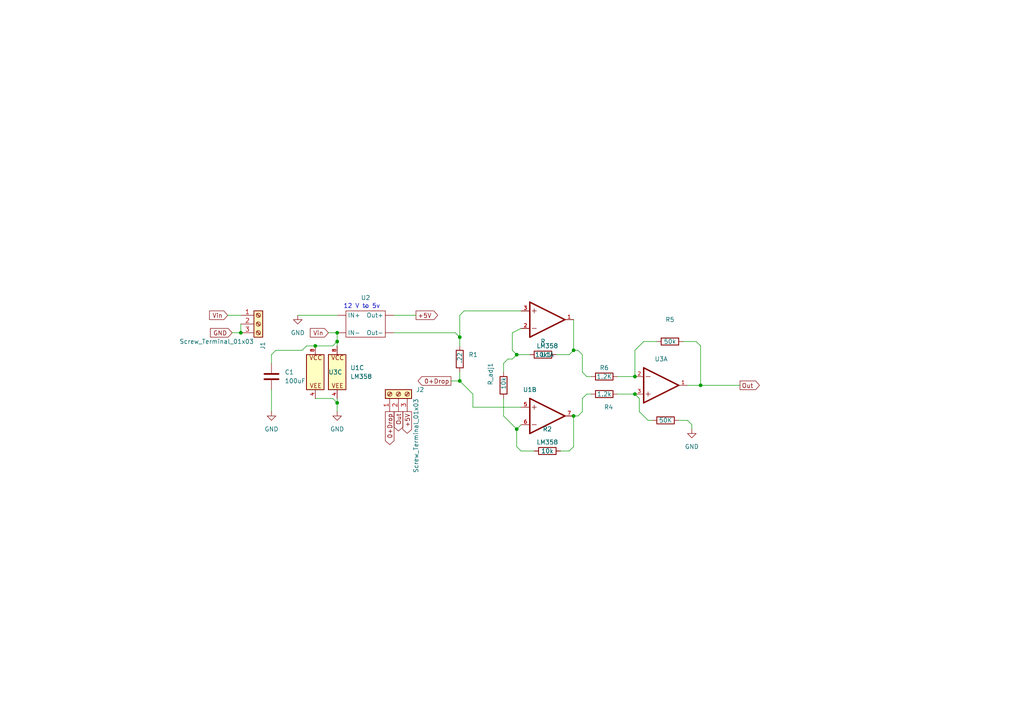
<source format=kicad_sch>
(kicad_sch (version 20231120) (generator "eeschema") (generator_version "8.0")
  (paper "A4")
  (lib_symbols
    (symbol "Connector:Screw_Terminal_01x03" (pin_names (offset 1.016) hide)
      (property "Reference" "J" (at 0 5.08 0))
      (property "Value" "Screw_Terminal_01x03" (at 0 -5.08 0))
      (symbol "Screw_Terminal_01x03_1_1"
        (rectangle (start -1.27 3.81) (end 1.27 -3.81) (stroke (width 0.254)) (fill (type background)))
        (circle (center 0 -2.54) (radius 0.635) (stroke (width 0.1524)))
        (polyline (pts (xy -0.5334 -2.2098) (xy 0.3302 -3.048)) (stroke (width 0.1524)))
        (polyline (pts (xy -0.5334 0.3302) (xy 0.3302 -0.508)) (stroke (width 0.1524)))
        (polyline (pts (xy -0.5334 2.8702) (xy 0.3302 2.032)) (stroke (width 0.1524)))
        (polyline (pts (xy -0.3556 -2.032) (xy 0.508 -2.8702)) (stroke (width 0.1524)))
        (polyline (pts (xy -0.3556 0.508) (xy 0.508 -0.3302)) (stroke (width 0.1524)))
        (polyline (pts (xy -0.3556 3.048) (xy 0.508 2.2098)) (stroke (width 0.1524)))
        (circle (center 0 0) (radius 0.635) (stroke (width 0.1524)))
        (circle (center 0 2.54) (radius 0.635) (stroke (width 0.1524)))
        (pin passive line (at -5.08 2.54 0) (length 3.81) (name "Pin_1") (number "1"))
        (pin passive line (at -5.08 0 0) (length 3.81) (name "Pin_2") (number "2"))
        (pin passive line (at -5.08 -2.54 0) (length 3.81) (name "Pin_3") (number "3"))
      )
    )
    (symbol "Device:C" (pin_numbers hide) (pin_names (offset 0.254))
      (property "Reference" "C" (at 0.635 2.54 0))
      (property "Value" "C" (at 0.635 -2.54 0))
      (symbol "C_0_1"
        (polyline (pts (xy -2.032 -0.762) (xy 2.032 -0.762)) (stroke (width 0.508)))
        (polyline (pts (xy -2.032 0.762) (xy 2.032 0.762)) (stroke (width 0.508)))
      )
      (symbol "C_1_1"
        (pin passive line (at 0 3.81 270) (length 2.794) (name "~") (number "1"))
        (pin passive line (at 0 -3.81 90) (length 2.794) (name "~") (number "2"))
      )
    )
    (symbol "Device:R" (pin_numbers hide) (pin_names (offset 0))
      (property "Reference" "R" (at 2.032 0 90))
      (property "Value" "R" (at 0 0 90))
      (symbol "R_0_1"
        (rectangle (start -1.016 -2.54) (end 1.016 2.54) (stroke (width 0.254)))
      )
      (symbol "R_1_1"
        (pin passive line (at 0 3.81 270) (length 1.27) (name "~") (number "1"))
        (pin passive line (at 0 -3.81 90) (length 1.27) (name "~") (number "2"))
      )
    )
    (symbol "LM358:LM358" (pin_names (offset 1.016))
      (property "Reference" "U" (at -5.08 5.842 0))
      (symbol "LM358_1_0"
        (polyline (pts (xy -5.08 -5.08) (xy 5.08 0)) (stroke (width 0.4064)))
        (polyline (pts (xy -5.08 5.08) (xy -5.08 -5.08)) (stroke (width 0.4064)))
        (polyline (pts (xy -4.445 -2.54) (xy -3.175 -2.54)) (stroke (width 0.1524)))
        (polyline (pts (xy -4.445 2.54) (xy -3.175 2.54)) (stroke (width 0.1524)))
        (polyline (pts (xy -3.81 -1.905) (xy -3.81 -3.175)) (stroke (width 0.1524)))
        (polyline (pts (xy 5.08 0) (xy -5.08 5.08)) (stroke (width 0.4064)))
        (pin output line (at 7.62 0 180) (length 2.54) (name "~") (number "1"))
        (pin input line (at -7.62 2.54 0) (length 2.54) (name "~") (number "2"))
        (pin input line (at -7.62 -2.54 0) (length 2.54) (name "~") (number "3"))
      )
      (symbol "LM358_2_0"
        (polyline (pts (xy -5.08 -5.08) (xy 5.08 0)) (stroke (width 0.4064)))
        (polyline (pts (xy -5.08 5.08) (xy -5.08 -5.08)) (stroke (width 0.4064)))
        (polyline (pts (xy -4.445 -2.54) (xy -3.175 -2.54)) (stroke (width 0.1524)))
        (polyline (pts (xy -4.445 2.54) (xy -3.175 2.54)) (stroke (width 0.1524)))
        (polyline (pts (xy -3.81 -1.905) (xy -3.81 -3.175)) (stroke (width 0.1524)))
        (polyline (pts (xy 5.08 0) (xy -5.08 5.08)) (stroke (width 0.4064)))
        (pin input line (at -7.62 -2.54 0) (length 2.54) (name "~") (number "5"))
        (pin input line (at -7.62 2.54 0) (length 2.54) (name "~") (number "6"))
        (pin output line (at 7.62 0 180) (length 2.54) (name "~") (number "7"))
      )
      (symbol "LM358_3_0"
        (rectangle (start -2.54 -5.08) (end 2.54 5.08) (stroke (width 0.254)) (fill (type background)))
        (text "VCC" (at 0.127 3.429 0) (effects (font (size 1.27 1.27)) (justify bottom)))
        (text "VEE" (at 0.127 -4.699 0) (effects (font (size 1.27 1.27)) (justify bottom)))
        (pin bidirectional line (at 0 -7.62 90) (length 2.54) (name "~") (number "4"))
        (pin bidirectional line (at 0 7.62 270) (length 2.54) (name "~") (number "8"))
      )
    )
    (symbol "LM358_1" (pin_names (offset 1.016))
      (property "Reference" "U" (at -5.08 5.842 0))
      (symbol "LM358_1_1_0"
        (polyline (pts (xy -5.08 -5.08) (xy 5.08 0)) (stroke (width 0.4064)))
        (polyline (pts (xy -5.08 5.08) (xy -5.08 -5.08)) (stroke (width 0.4064)))
        (polyline (pts (xy -4.445 -2.54) (xy -3.175 -2.54)) (stroke (width 0.1524)))
        (polyline (pts (xy -4.445 2.54) (xy -3.175 2.54)) (stroke (width 0.1524)))
        (polyline (pts (xy -3.81 -1.905) (xy -3.81 -3.175)) (stroke (width 0.1524)))
        (polyline (pts (xy 5.08 0) (xy -5.08 5.08)) (stroke (width 0.4064)))
        (pin output line (at 7.62 0 180) (length 2.54) (name "~") (number "1"))
        (pin input line (at -7.62 2.54 0) (length 2.54) (name "~") (number "2"))
        (pin input line (at -7.62 -2.54 0) (length 2.54) (name "~") (number "3"))
      )
      (symbol "LM358_1_2_0"
        (polyline (pts (xy -5.08 -5.08) (xy 5.08 0)) (stroke (width 0.4064)))
        (polyline (pts (xy -5.08 5.08) (xy -5.08 -5.08)) (stroke (width 0.4064)))
        (polyline (pts (xy -4.445 -2.54) (xy -3.175 -2.54)) (stroke (width 0.1524)))
        (polyline (pts (xy -4.445 2.54) (xy -3.175 2.54)) (stroke (width 0.1524)))
        (polyline (pts (xy -3.81 -1.905) (xy -3.81 -3.175)) (stroke (width 0.1524)))
        (polyline (pts (xy 5.08 0) (xy -5.08 5.08)) (stroke (width 0.4064)))
        (pin input line (at -7.62 -2.54 0) (length 2.54) (name "~") (number "5"))
        (pin input line (at -7.62 2.54 0) (length 2.54) (name "~") (number "6"))
        (pin output line (at 7.62 0 180) (length 2.54) (name "~") (number "7"))
      )
      (symbol "LM358_1_3_0"
        (rectangle (start -2.54 -5.08) (end 2.54 5.08) (stroke (width 0.254)) (fill (type background)))
        (text "VCC" (at 0.127 3.429 0) (effects (font (size 1.27 1.27)) (justify bottom)))
        (text "VEE" (at 0.127 -4.699 0) (effects (font (size 1.27 1.27)) (justify bottom)))
        (pin bidirectional line (at 0 -7.62 90) (length 2.54) (name "~") (number "4"))
        (pin bidirectional line (at 0 7.62 270) (length 2.54) (name "~") (number "8"))
      )
    )
    (symbol "LM358_2" (pin_names (offset 1.016))
      (property "Reference" "U" (at -5.08 5.842 0))
      (symbol "LM358_2_1_0"
        (polyline (pts (xy -5.08 -5.08) (xy 5.08 0)) (stroke (width 0.4064)))
        (polyline (pts (xy -5.08 5.08) (xy -5.08 -5.08)) (stroke (width 0.4064)))
        (polyline (pts (xy -4.445 -2.54) (xy -3.175 -2.54)) (stroke (width 0.1524)))
        (polyline (pts (xy -4.445 2.54) (xy -3.175 2.54)) (stroke (width 0.1524)))
        (polyline (pts (xy -3.81 -1.905) (xy -3.81 -3.175)) (stroke (width 0.1524)))
        (polyline (pts (xy 5.08 0) (xy -5.08 5.08)) (stroke (width 0.4064)))
        (pin output line (at 7.62 0 180) (length 2.54) (name "~") (number "1"))
        (pin input line (at -7.62 2.54 0) (length 2.54) (name "~") (number "2"))
        (pin input line (at -7.62 -2.54 0) (length 2.54) (name "~") (number "3"))
      )
      (symbol "LM358_2_2_0"
        (polyline (pts (xy -5.08 -5.08) (xy 5.08 0)) (stroke (width 0.4064)))
        (polyline (pts (xy -5.08 5.08) (xy -5.08 -5.08)) (stroke (width 0.4064)))
        (polyline (pts (xy -4.445 -2.54) (xy -3.175 -2.54)) (stroke (width 0.1524)))
        (polyline (pts (xy -4.445 2.54) (xy -3.175 2.54)) (stroke (width 0.1524)))
        (polyline (pts (xy -3.81 -1.905) (xy -3.81 -3.175)) (stroke (width 0.1524)))
        (polyline (pts (xy 5.08 0) (xy -5.08 5.08)) (stroke (width 0.4064)))
        (pin input line (at -7.62 -2.54 0) (length 2.54) (name "~") (number "5"))
        (pin input line (at -7.62 2.54 0) (length 2.54) (name "~") (number "6"))
        (pin output line (at 7.62 0 180) (length 2.54) (name "~") (number "7"))
      )
      (symbol "LM358_2_3_0"
        (rectangle (start -2.54 -5.08) (end 2.54 5.08) (stroke (width 0.254)) (fill (type background)))
        (text "VCC" (at 0.127 3.429 0) (effects (font (size 1.27 1.27)) (justify bottom)))
        (text "VEE" (at 0.127 -4.699 0) (effects (font (size 1.27 1.27)) (justify bottom)))
        (pin bidirectional line (at 0 -7.62 90) (length 2.54) (name "~") (number "4"))
        (pin bidirectional line (at 0 7.62 270) (length 2.54) (name "~") (number "8"))
      )
    )
    (symbol "New_Library_0:dc_buck_down_converter"
      (property "Reference" "U" (at 0.762 2.286 0))
      (symbol "dc_buck_down_converter_0_1"
        (rectangle (start 0 0) (end 11.43 -7.62))
      )
      (symbol "dc_buck_down_converter_1_1"
        (pin input line (at -2.54 -1.27 0) (length 2.54) (name "IN+") (number ""))
        (pin input line (at -2.54 -6.35 0) (length 2.54) (name "IN-") (number ""))
        (pin output line (at 13.97 -1.27 180) (length 2.54) (name "Out+") (number ""))
        (pin output line (at 13.97 -6.35 180) (length 2.54) (name "Out-") (number ""))
      )
    )
    (symbol "power:GND" (power) (pin_numbers hide) (pin_names (offset 0) hide)
      (property "Value" "GND" (at 0 -3.81 0))
      (symbol "GND_0_1"
        (polyline (pts (xy 0 0) (xy 0 -1.27) (xy 1.27 -1.27) (xy 0 -2.54) (xy -1.27 -1.27) (xy 0 -1.27)))
      )
      (symbol "GND_1_1"
        (pin power_in line (at 0 0 270) (length 0) (name "~") (number "1"))
      )
    )
  )
  (junction (at 184.15 114.3))
  (junction (at 184.15 109.22))
  (junction (at 166.37 101.6))
  (junction (at 97.79 96.52))
  (junction (at 149.86 102.87))
  (junction (at 97.79 99.06))
  (junction (at 69.85 96.52))
  (junction (at 166.37 120.65))
  (junction (at 149.86 124.46))
  (junction (at 91.44 100.33))
  (junction (at 97.79 116.84))
  (junction (at 133.35 110.49))
  (junction (at 133.35 97.79))
  (junction (at 203.2 111.76))
  (wire (pts (xy 97.79 115.57) (xy 97.79 116.84)))
  (wire (pts (xy 198.12 99.06) (xy 201.93 99.06)))
  (wire (pts (xy 170.18 114.3) (xy 168.91 115.57)))
  (wire (pts (xy 166.37 120.65) (xy 166.37 129.54)))
  (wire (pts (xy 78.74 113.03) (xy 78.74 119.38)))
  (wire (pts (xy 166.37 92.71) (xy 166.37 101.6)))
  (wire (pts (xy 149.86 129.54) (xy 151.13 130.81)))
  (wire (pts (xy 114.3 96.52) (xy 132.08 96.52)))
  (wire (pts (xy 200.66 123.19) (xy 200.66 124.46)))
  (wire (pts (xy 97.79 96.52) (xy 97.79 99.06)))
  (wire (pts (xy 130.81 110.49) (xy 133.35 110.49)))
  (wire (pts (xy 186.69 99.06) (xy 184.15 101.6)))
  (wire (pts (xy 151.13 95.25) (xy 148.59 96.52)))
  (wire (pts (xy 69.85 91.44) (xy 66.04 91.44)))
  (wire (pts (xy 134.62 90.17) (xy 133.35 91.44)))
  (wire (pts (xy 146.05 120.65) (xy 149.86 124.46)))
  (wire (pts (xy 184.15 101.6) (xy 184.15 109.22)))
  (wire (pts (xy 133.35 97.79) (xy 133.35 100.33)))
  (wire (pts (xy 146.05 115.57) (xy 146.05 120.65)))
  (wire (pts (xy 168.91 102.87) (xy 167.64 101.6)))
  (wire (pts (xy 166.37 101.6) (xy 167.64 101.6)))
  (wire (pts (xy 185.42 119.38) (xy 187.96 121.92)))
  (wire (pts (xy 78.74 102.87) (xy 80.01 101.6)))
  (wire (pts (xy 165.1 130.81) (xy 166.37 129.54)))
  (wire (pts (xy 170.18 109.22) (xy 168.91 107.95)))
  (wire (pts (xy 91.44 100.33) (xy 96.52 100.33)))
  (wire (pts (xy 149.86 102.87) (xy 153.67 102.87)))
  (wire (pts (xy 203.2 111.76) (xy 214.63 111.76)))
  (wire (pts (xy 146.05 105.41) (xy 147.32 104.14)))
  (wire (pts (xy 171.45 109.22) (xy 170.18 109.22)))
  (wire (pts (xy 134.62 90.17) (xy 151.13 90.17)))
  (wire (pts (xy 161.29 102.87) (xy 165.1 102.87)))
  (wire (pts (xy 185.42 115.57) (xy 185.42 119.38)))
  (wire (pts (xy 149.86 124.46) (xy 149.86 129.54)))
  (wire (pts (xy 69.85 93.98) (xy 69.85 96.52)))
  (wire (pts (xy 162.56 130.81) (xy 165.1 130.81)))
  (wire (pts (xy 137.16 118.11) (xy 137.16 114.3)))
  (wire (pts (xy 179.07 109.22) (xy 184.15 109.22)))
  (wire (pts (xy 170.18 114.3) (xy 171.45 114.3)))
  (wire (pts (xy 199.39 111.76) (xy 203.2 111.76)))
  (wire (pts (xy 96.52 100.33) (xy 97.79 99.06)))
  (wire (pts (xy 87.63 101.6) (xy 88.9 100.33)))
  (wire (pts (xy 69.85 96.52) (xy 67.31 96.52)))
  (wire (pts (xy 148.59 104.14) (xy 149.86 102.87)))
  (wire (pts (xy 151.13 123.19) (xy 149.86 124.46)))
  (wire (pts (xy 114.3 91.44) (xy 120.65 91.44)))
  (wire (pts (xy 148.59 101.6) (xy 149.86 102.87)))
  (wire (pts (xy 189.23 121.92) (xy 187.96 121.92)))
  (wire (pts (xy 91.44 115.57) (xy 96.52 115.57)))
  (wire (pts (xy 88.9 100.33) (xy 91.44 100.33)))
  (wire (pts (xy 201.93 99.06) (xy 203.2 100.33)))
  (wire (pts (xy 95.25 96.52) (xy 97.79 96.52)))
  (wire (pts (xy 165.1 102.87) (xy 166.37 101.6)))
  (wire (pts (xy 196.85 121.92) (xy 199.39 121.92)))
  (wire (pts (xy 97.79 99.06) (xy 97.79 100.33)))
  (wire (pts (xy 97.79 116.84) (xy 97.79 119.38)))
  (wire (pts (xy 151.13 130.81) (xy 154.94 130.81)))
  (wire (pts (xy 133.35 107.95) (xy 133.35 110.49)))
  (wire (pts (xy 137.16 118.11) (xy 151.13 118.11)))
  (wire (pts (xy 190.5 99.06) (xy 186.69 99.06)))
  (wire (pts (xy 168.91 115.57) (xy 168.91 119.38)))
  (wire (pts (xy 168.91 102.87) (xy 168.91 107.95)))
  (wire (pts (xy 132.08 96.52) (xy 133.35 97.79)))
  (wire (pts (xy 166.37 120.65) (xy 167.64 120.65)))
  (wire (pts (xy 133.35 91.44) (xy 133.35 97.79)))
  (wire (pts (xy 86.36 91.44) (xy 97.79 91.44)))
  (wire (pts (xy 96.52 115.57) (xy 97.79 116.84)))
  (wire (pts (xy 168.91 119.38) (xy 167.64 120.65)))
  (wire (pts (xy 179.07 114.3) (xy 184.15 114.3)))
  (wire (pts (xy 80.01 101.6) (xy 87.63 101.6)))
  (wire (pts (xy 146.05 107.95) (xy 146.05 105.41)))
  (wire (pts (xy 203.2 100.33) (xy 203.2 111.76)))
  (wire (pts (xy 199.39 121.92) (xy 200.66 123.19)))
  (wire (pts (xy 137.16 114.3) (xy 133.35 110.49)))
  (wire (pts (xy 148.59 96.52) (xy 148.59 101.6)))
  (wire (pts (xy 147.32 104.14) (xy 148.59 104.14)))
  (wire (pts (xy 78.74 102.87) (xy 78.74 105.41)))
  (wire (pts (xy 185.42 115.57) (xy 184.15 114.3)))
  (text "12 V to 5v \n" (at 105.41 88.9 0) (effects (font (size 1.27 1.27))))
  (global_label "+5V" (shape output) (at 120.65 91.44 0) (property "Intersheetrefs" "${INTERSHEET_REFS}" (effects (hide yes))))
  (global_label "Vin" (shape input) (at 66.04 91.44 180) (property "Intersheetrefs" "${INTERSHEET_REFS}" (effects (hide yes))))
  (global_label "GND" (shape input) (at 67.31 96.52 180) (property "Intersheetrefs" "${INTERSHEET_REFS}" (effects (hide yes))))
  (global_label "Out" (shape output) (at 115.57 119.38 270) (property "Intersheetrefs" "${INTERSHEET_REFS}" (effects (hide yes))))
  (global_label "0+Drop" (shape output) (at 113.03 119.38 270) (property "Intersheetrefs" "${INTERSHEET_REFS}" (effects (hide yes))))
  (global_label "0+Drop" (shape output) (at 130.81 110.49 180) (property "Intersheetrefs" "${INTERSHEET_REFS}" (effects (hide yes))))
  (global_label "Vin" (shape input) (at 95.25 96.52 180) (property "Intersheetrefs" "${INTERSHEET_REFS}" (effects (hide yes))))
  (global_label "+5V" (shape output) (at 118.11 119.38 270) (property "Intersheetrefs" "${INTERSHEET_REFS}" (effects (hide yes))))
  (global_label "Out" (shape output) (at 214.63 111.76 0) (property "Intersheetrefs" "${INTERSHEET_REFS}" (effects (hide yes))))
  (symbol (lib_id "Device:R") (at 175.26 114.3 90) (unit 1)
    (property "Reference" "R4" (at 176.53 118.11 90))
    (property "Value" "1.2k" (at 175.26 114.3 90))
    (property "Footprint" "Shunt Resistor:Resistor Qater Watt" (effects (hide yes)))
    (property "Description" "Resistor" (effects (hide yes)))
  )
  (symbol (lib_id "LM358:LM358") (at 158.75 92.71 0) (mirror x) (unit 1)
    (property "Reference" "U1" (at 158.75 102.87 0))
    (property "Value" "LM358" (at 158.75 100.33 0))
    (property "Footprint" "LM358:DIP08" (effects (hide yes)))
    (property "MF" "Texas Instruments" (effects (hide yes)))
    (property "Description_1" "\n                        \n                            Op Amp Dual Low Power Amplifier ±16V/32V 8-Pin TO-99 Tube\n                        \n" (effects (hide yes)))
    (property "Package" "None" (effects (hide yes)))
    (property "Price" "None" (effects (hide yes)))
    (property "Check_prices" "https://www.snapeda.com/parts/LM358/Texas+Instruments/view-part/?ref=eda" (effects (hide yes)))
    (property "VALUE" "LM358" (effects (hide yes)))
    (property "SnapEDA_Link" "https://www.snapeda.com/parts/LM358/Texas+Instruments/view-part/?ref=snap" (effects (hide yes)))
    (property "PROD_ID" "IC-09172" (effects (hide yes)))
    (property "Availability" "Not in stock" (effects (hide yes)))
    (property "MP" "LM358" (effects (hide yes)))
  )
  (symbol (lib_id "Device:R") (at 133.35 104.14 0) (unit 1)
    (property "Reference" "R1" (at 135.89 102.8699 0) (effects (justify left)))
    (property "Value" ".22" (at 133.35 105.41 90) (effects (justify left)))
    (property "Footprint" "Shunt Resistor:Resistor Qater Watt" (effects (hide yes)))
    (property "Description" "Resistor" (effects (hide yes)))
  )
  (symbol (lib_id "Device:R") (at 146.05 111.76 0) (unit 1)
    (property "Reference" "R_adj1" (at 142.24 111.76 90) (effects (justify left)))
    (property "Value" "10k" (at 146.05 113.03 90) (effects (justify left)))
    (property "Footprint" "Shunt Resistor:Resistor Qater Watt" (effects (hide yes)))
    (property "Description" "Resistor" (effects (hide yes)))
  )
  (symbol (lib_id "LM358:LM358") (at 97.79 107.95 0) (unit 3)
    (property "Reference" "U1" (at 101.6 106.6799 0) (effects (justify left)))
    (property "Value" "LM358" (at 101.6 109.2199 0) (effects (justify left)))
    (property "Footprint" "LM358:DIP08" (effects (hide yes)))
    (property "MF" "Texas Instruments" (effects (hide yes)))
    (property "Description_1" "\n                        \n                            Op Amp Dual Low Power Amplifier ±16V/32V 8-Pin TO-99 Tube\n                        \n" (effects (hide yes)))
    (property "Package" "None" (effects (hide yes)))
    (property "Price" "None" (effects (hide yes)))
    (property "Check_prices" "https://www.snapeda.com/parts/LM358/Texas+Instruments/view-part/?ref=eda" (effects (hide yes)))
    (property "VALUE" "LM358" (effects (hide yes)))
    (property "SnapEDA_Link" "https://www.snapeda.com/parts/LM358/Texas+Instruments/view-part/?ref=snap" (effects (hide yes)))
    (property "PROD_ID" "IC-09172" (effects (hide yes)))
    (property "Availability" "Not in stock" (effects (hide yes)))
    (property "MP" "LM358" (effects (hide yes)))
  )
  (symbol (lib_id "Device:R") (at 194.31 99.06 90) (unit 1)
    (property "Reference" "R5" (at 194.31 92.71 90))
    (property "Value" "50k" (at 194.31 99.06 90))
    (property "Footprint" "Shunt Resistor:Resistor Qater Watt" (effects (hide yes)))
    (property "Description" "Resistor" (effects (hide yes)))
  )
  (symbol (lib_id "Device:R") (at 193.04 121.92 90) (unit 1)
    (property "Reference" "R3" (effects (hide yes)))
    (property "Value" "50K" (at 193.04 121.92 90))
    (property "Footprint" "Shunt Resistor:Resistor Qater Watt" (effects (hide yes)))
    (property "Description" "Resistor" (effects (hide yes)))
  )
  (symbol (lib_id "power:GND") (at 97.79 119.38 0) (unit 1)
    (property "Reference" "#PWR03" (effects (hide yes)))
    (property "Value" "GND" (at 97.79 124.46 0))
    (property "Description" "Power symbol creates a global label with name \"GND\" , ground" (effects (hide yes)))
  )
  (symbol (lib_id "New_Library_0:dc_buck_down_converter") (at 100.33 90.17 0) (unit 1)
    (property "Reference" "U2" (at 106.045 86.36 0))
    (property "Value" "~" (at 106.045 88.9 0))
    (property "Footprint" "DC to DC Buck down 5V Converter:DC to DC Buck Down 5V" (effects (hide yes)))
  )
  (symbol (lib_name "LM358_2") (lib_id "LM358:LM358") (at 91.44 107.95 0) (unit 3)
    (property "Reference" "U3" (at 95.25 107.9499 0) (effects (justify left)))
    (property "Value" "LM358" (effects (hide yes)))
    (property "Footprint" "LM358:DIP08" (effects (hide yes)))
    (property "MF" "Texas Instruments" (effects (hide yes)))
    (property "Description_1" "\n                        \n                            Op Amp Dual Low Power Amplifier ±16V/32V 8-Pin TO-99 Tube\n                        \n" (effects (hide yes)))
    (property "Package" "None" (effects (hide yes)))
    (property "Price" "None" (effects (hide yes)))
    (property "Check_prices" "https://www.snapeda.com/parts/LM358/Texas+Instruments/view-part/?ref=eda" (effects (hide yes)))
    (property "SnapEDA_Link" "https://www.snapeda.com/parts/LM358/Texas+Instruments/view-part/?ref=snap" (effects (hide yes)))
    (property "PROD_ID" "IC-09172" (effects (hide yes)))
    (property "Availability" "Not in stock" (effects (hide yes)))
    (property "MP" "LM358" (effects (hide yes)))
  )
  (symbol (lib_id "power:GND") (at 86.36 91.44 0) (unit 1)
    (property "Reference" "#PWR02" (effects (hide yes)))
    (property "Value" "GND" (at 86.36 96.52 0))
    (property "Description" "Power symbol creates a global label with name \"GND\" , ground" (effects (hide yes)))
  )
  (symbol (lib_id "power:GND") (at 200.66 124.46 0) (unit 1)
    (property "Reference" "#PWR01" (effects (hide yes)))
    (property "Value" "GND" (at 200.66 129.54 0))
    (property "Description" "Power symbol creates a global label with name \"GND\" , ground" (effects (hide yes)))
  )
  (symbol (lib_id "Connector:Screw_Terminal_01x03") (at 115.57 114.3 90) (unit 1)
    (property "Reference" "J2" (at 120.65 113.0299 90) (effects (justify right)))
    (property "Value" "Screw_Terminal_01x03" (at 120.65 115.57 0) (effects (justify right)))
    (property "Footprint" "Screw terminal module:Screw Terminal 3 Pin" (effects (hide yes)))
    (property "Description" "Generic screw terminal, single row, 01x03, script generated (kicad-library-utils/schlib/autogen/connector/)" (effects (hide yes)))
  )
  (symbol (lib_id "Device:C") (at 78.74 109.22 0) (unit 1)
    (property "Reference" "C1" (at 82.55 107.9499 0) (effects (justify left)))
    (property "Value" "100uF" (at 82.55 110.49 0) (effects (justify left)))
    (property "Footprint" "Capacitor_THT:CP_Radial_D8.0mm_P3.80mm" (effects (hide yes)))
    (property "Description" "Unpolarized capacitor" (effects (hide yes)))
  )
  (symbol (lib_id "Device:R") (at 158.75 130.81 90) (unit 1)
    (property "Reference" "R2" (at 158.75 124.46 90))
    (property "Value" "10k" (at 158.75 130.81 90))
    (property "Footprint" "Shunt Resistor:Resistor Qater Watt" (effects (hide yes)))
    (property "Description" "Resistor" (effects (hide yes)))
  )
  (symbol (lib_name "LM358_1") (lib_id "LM358:LM358") (at 191.77 111.76 0) (unit 1)
    (property "Reference" "U3" (at 191.77 104.14 0))
    (property "Value" "LM358" (effects (hide yes)))
    (property "Footprint" "LM358:DIP08" (effects (hide yes)))
    (property "MF" "Texas Instruments" (effects (hide yes)))
    (property "Description_1" "\n                        \n                            Op Amp Dual Low Power Amplifier ±16V/32V 8-Pin TO-99 Tube\n                        \n" (effects (hide yes)))
    (property "Package" "None" (effects (hide yes)))
    (property "Price" "None" (effects (hide yes)))
    (property "Check_prices" "https://www.snapeda.com/parts/LM358/Texas+Instruments/view-part/?ref=eda" (effects (hide yes)))
    (property "SnapEDA_Link" "https://www.snapeda.com/parts/LM358/Texas+Instruments/view-part/?ref=snap" (effects (hide yes)))
    (property "PROD_ID" "IC-09172" (effects (hide yes)))
    (property "Availability" "Not in stock" (effects (hide yes)))
    (property "MP" "LM358" (effects (hide yes)))
  )
  (symbol (lib_id "Device:R") (at 175.26 109.22 90) (unit 1)
    (property "Reference" "R6" (at 175.26 106.68 90))
    (property "Value" "1.2K" (at 175.26 109.22 90))
    (property "Footprint" "Shunt Resistor:Resistor Qater Watt" (effects (hide yes)))
    (property "Description" "Resistor" (effects (hide yes)))
  )
  (symbol (lib_id "Connector:Screw_Terminal_01x03") (at 74.93 93.98 0) (unit 1)
    (property "Reference" "J1" (at 76.2001 99.06 90) (effects (justify right)))
    (property "Value" "Screw_Terminal_01x03" (at 73.6601 99.06 0) (effects (justify right)))
    (property "Footprint" "Screw terminal module:Screw Terminal 3 Pin" (effects (hide yes)))
    (property "Description" "Generic screw terminal, single row, 01x03, script generated (kicad-library-utils/schlib/autogen/connector/)" (effects (hide yes)))
  )
  (symbol (lib_id "power:GND") (at 78.74 119.38 0) (unit 1)
    (property "Reference" "#PWR04" (effects (hide yes)))
    (property "Value" "GND" (at 78.74 124.46 0))
    (property "Description" "Power symbol creates a global label with name \"GND\" , ground" (effects (hide yes)))
  )
  (symbol (lib_id "Device:R") (at 157.48 102.87 90) (unit 1)
    (property "Reference" "10k1" (at 160.02 102.87 90) (effects (justify left)))
    (property "Value" "R" (at 157.48 99.06 90))
    (property "Footprint" "Shunt Resistor:Resistor Qater Watt" (effects (hide yes)))
    (property "Description" "Resistor" (effects (hide yes)))
  )
  (symbol (lib_id "LM358:LM358") (at 158.75 120.65 0) (mirror x) (unit 2)
    (property "Reference" "U1" (at 153.67 113.03 0))
    (property "Value" "LM358" (at 158.75 128.27 0))
    (property "Footprint" "LM358:DIP08" (effects (hide yes)))
    (property "MF" "Texas Instruments" (effects (hide yes)))
    (property "Description_1" "\n                        \n                            Op Amp Dual Low Power Amplifier ±16V/32V 8-Pin TO-99 Tube\n                        \n" (effects (hide yes)))
    (property "Package" "None" (effects (hide yes)))
    (property "Price" "None" (effects (hide yes)))
    (property "Check_prices" "https://www.snapeda.com/parts/LM358/Texas+Instruments/view-part/?ref=eda" (effects (hide yes)))
    (property "VALUE" "LM358" (effects (hide yes)))
    (property "SnapEDA_Link" "https://www.snapeda.com/parts/LM358/Texas+Instruments/view-part/?ref=snap" (effects (hide yes)))
    (property "PROD_ID" "IC-09172" (effects (hide yes)))
    (property "Availability" "Not in stock" (effects (hide yes)))
    (property "MP" "LM358" (effects (hide yes)))
  )
)
</source>
